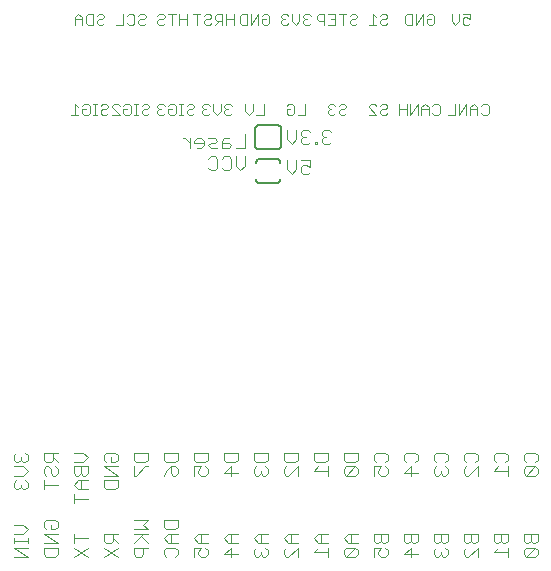
<source format=gbo>
G75*
%MOIN*%
%OFA0B0*%
%FSLAX25Y25*%
%IPPOS*%
%LPD*%
%AMOC8*
5,1,8,0,0,1.08239X$1,22.5*
%
%ADD10C,0.00400*%
%ADD11C,0.00300*%
%ADD12C,0.00600*%
%ADD13C,0.00800*%
D10*
X0029496Y0059385D02*
X0034100Y0059385D01*
X0029496Y0062454D01*
X0034100Y0062454D01*
X0034100Y0063989D02*
X0034100Y0065523D01*
X0034100Y0064756D02*
X0029496Y0064756D01*
X0029496Y0065523D02*
X0029496Y0063989D01*
X0029496Y0067058D02*
X0032565Y0067058D01*
X0034100Y0068593D01*
X0032565Y0070127D01*
X0029496Y0070127D01*
X0039496Y0069360D02*
X0039496Y0070894D01*
X0040263Y0071662D01*
X0043333Y0071662D01*
X0044100Y0070894D01*
X0044100Y0069360D01*
X0043333Y0068593D01*
X0041798Y0068593D01*
X0041798Y0070127D01*
X0040263Y0068593D02*
X0039496Y0069360D01*
X0039496Y0067058D02*
X0044100Y0063989D01*
X0039496Y0063989D01*
X0039496Y0062454D02*
X0039496Y0060152D01*
X0040263Y0059385D01*
X0043333Y0059385D01*
X0044100Y0060152D01*
X0044100Y0062454D01*
X0039496Y0062454D01*
X0039496Y0067058D02*
X0044100Y0067058D01*
X0049496Y0067058D02*
X0049496Y0063989D01*
X0049496Y0065523D02*
X0054100Y0065523D01*
X0054100Y0062454D02*
X0049496Y0059385D01*
X0049496Y0062454D02*
X0054100Y0059385D01*
X0059496Y0059385D02*
X0064100Y0062454D01*
X0064100Y0063989D02*
X0062565Y0065523D01*
X0062565Y0064756D02*
X0062565Y0067058D01*
X0064100Y0067058D02*
X0059496Y0067058D01*
X0059496Y0064756D01*
X0060263Y0063989D01*
X0061798Y0063989D01*
X0062565Y0064756D01*
X0059496Y0062454D02*
X0064100Y0059385D01*
X0069496Y0060152D02*
X0070263Y0059385D01*
X0071798Y0059385D01*
X0072565Y0060152D01*
X0072565Y0062454D01*
X0074100Y0062454D02*
X0069496Y0062454D01*
X0069496Y0060152D01*
X0069496Y0063989D02*
X0072565Y0067058D01*
X0071798Y0066291D02*
X0074100Y0063989D01*
X0074100Y0067058D02*
X0069496Y0067058D01*
X0069496Y0068593D02*
X0074100Y0068593D01*
X0072565Y0070127D01*
X0074100Y0071662D01*
X0069496Y0071662D01*
X0063333Y0081823D02*
X0060263Y0081823D01*
X0059496Y0082590D01*
X0059496Y0084892D01*
X0064100Y0084892D01*
X0064100Y0082590D01*
X0063333Y0081823D01*
X0064100Y0086427D02*
X0059496Y0086427D01*
X0059496Y0089496D02*
X0064100Y0086427D01*
X0064100Y0089496D02*
X0059496Y0089496D01*
X0060263Y0091031D02*
X0059496Y0091798D01*
X0059496Y0093333D01*
X0060263Y0094100D01*
X0063333Y0094100D01*
X0064100Y0093333D01*
X0064100Y0091798D01*
X0063333Y0091031D01*
X0061798Y0091031D01*
X0061798Y0092565D01*
X0054100Y0092565D02*
X0052565Y0091031D01*
X0049496Y0091031D01*
X0049496Y0089496D02*
X0049496Y0087194D01*
X0050263Y0086427D01*
X0051031Y0086427D01*
X0051798Y0087194D01*
X0051798Y0089496D01*
X0051798Y0087194D02*
X0052565Y0086427D01*
X0053333Y0086427D01*
X0054100Y0087194D01*
X0054100Y0089496D01*
X0049496Y0089496D01*
X0049496Y0094100D02*
X0052565Y0094100D01*
X0054100Y0092565D01*
X0054100Y0084892D02*
X0051031Y0084892D01*
X0049496Y0083358D01*
X0051031Y0081823D01*
X0054100Y0081823D01*
X0051798Y0081823D02*
X0051798Y0084892D01*
X0049496Y0080288D02*
X0049496Y0077219D01*
X0049496Y0078754D02*
X0054100Y0078754D01*
X0044100Y0083358D02*
X0039496Y0083358D01*
X0039496Y0084892D02*
X0039496Y0081823D01*
X0040263Y0086427D02*
X0039496Y0087194D01*
X0039496Y0088729D01*
X0040263Y0089496D01*
X0041031Y0089496D01*
X0041798Y0088729D01*
X0041798Y0087194D01*
X0042565Y0086427D01*
X0043333Y0086427D01*
X0044100Y0087194D01*
X0044100Y0088729D01*
X0043333Y0089496D01*
X0044100Y0091031D02*
X0042565Y0092565D01*
X0042565Y0091798D02*
X0042565Y0094100D01*
X0044100Y0094100D02*
X0039496Y0094100D01*
X0039496Y0091798D01*
X0040263Y0091031D01*
X0041798Y0091031D01*
X0042565Y0091798D01*
X0034100Y0091798D02*
X0033333Y0091031D01*
X0032565Y0091031D01*
X0031798Y0091798D01*
X0031798Y0092565D01*
X0031798Y0091798D02*
X0031031Y0091031D01*
X0030263Y0091031D01*
X0029496Y0091798D01*
X0029496Y0093333D01*
X0030263Y0094100D01*
X0033333Y0094100D02*
X0034100Y0093333D01*
X0034100Y0091798D01*
X0032565Y0089496D02*
X0034100Y0087961D01*
X0032565Y0086427D01*
X0029496Y0086427D01*
X0030263Y0084892D02*
X0029496Y0084125D01*
X0029496Y0082590D01*
X0030263Y0081823D01*
X0031031Y0081823D01*
X0031798Y0082590D01*
X0032565Y0081823D01*
X0033333Y0081823D01*
X0034100Y0082590D01*
X0034100Y0084125D01*
X0033333Y0084892D01*
X0031798Y0083358D02*
X0031798Y0082590D01*
X0032565Y0089496D02*
X0029496Y0089496D01*
X0069496Y0089496D02*
X0069496Y0086427D01*
X0070263Y0086427D01*
X0073333Y0089496D01*
X0074100Y0089496D01*
X0073333Y0091031D02*
X0070263Y0091031D01*
X0069496Y0091798D01*
X0069496Y0094100D01*
X0074100Y0094100D01*
X0074100Y0091798D01*
X0073333Y0091031D01*
X0079496Y0091798D02*
X0080263Y0091031D01*
X0083333Y0091031D01*
X0084100Y0091798D01*
X0084100Y0094100D01*
X0079496Y0094100D01*
X0079496Y0091798D01*
X0081798Y0089496D02*
X0081798Y0087194D01*
X0082565Y0086427D01*
X0083333Y0086427D01*
X0084100Y0087194D01*
X0084100Y0088729D01*
X0083333Y0089496D01*
X0081798Y0089496D01*
X0080263Y0087961D01*
X0079496Y0086427D01*
X0089496Y0086427D02*
X0089496Y0089496D01*
X0091798Y0089496D01*
X0091031Y0087961D01*
X0091031Y0087194D01*
X0091798Y0086427D01*
X0093333Y0086427D01*
X0094100Y0087194D01*
X0094100Y0088729D01*
X0093333Y0089496D01*
X0093333Y0091031D02*
X0090263Y0091031D01*
X0089496Y0091798D01*
X0089496Y0094100D01*
X0094100Y0094100D01*
X0094100Y0091798D01*
X0093333Y0091031D01*
X0099496Y0091798D02*
X0100263Y0091031D01*
X0103333Y0091031D01*
X0104100Y0091798D01*
X0104100Y0094100D01*
X0099496Y0094100D01*
X0099496Y0091798D01*
X0101798Y0089496D02*
X0101798Y0086427D01*
X0099496Y0087194D02*
X0101798Y0089496D01*
X0104100Y0087194D02*
X0099496Y0087194D01*
X0109496Y0087194D02*
X0110263Y0086427D01*
X0111031Y0086427D01*
X0111798Y0087194D01*
X0112565Y0086427D01*
X0113333Y0086427D01*
X0114100Y0087194D01*
X0114100Y0088729D01*
X0113333Y0089496D01*
X0113333Y0091031D02*
X0110263Y0091031D01*
X0109496Y0091798D01*
X0109496Y0094100D01*
X0114100Y0094100D01*
X0114100Y0091798D01*
X0113333Y0091031D01*
X0111798Y0087961D02*
X0111798Y0087194D01*
X0109496Y0087194D02*
X0109496Y0088729D01*
X0110263Y0089496D01*
X0119496Y0088729D02*
X0120263Y0089496D01*
X0119496Y0088729D02*
X0119496Y0087194D01*
X0120263Y0086427D01*
X0121031Y0086427D01*
X0124100Y0089496D01*
X0124100Y0086427D01*
X0123333Y0091031D02*
X0120263Y0091031D01*
X0119496Y0091798D01*
X0119496Y0094100D01*
X0124100Y0094100D01*
X0124100Y0091798D01*
X0123333Y0091031D01*
X0129496Y0091798D02*
X0130263Y0091031D01*
X0133333Y0091031D01*
X0134100Y0091798D01*
X0134100Y0094100D01*
X0129496Y0094100D01*
X0129496Y0091798D01*
X0131031Y0089496D02*
X0129496Y0087961D01*
X0134100Y0087961D01*
X0134100Y0086427D02*
X0134100Y0089496D01*
X0139496Y0088729D02*
X0139496Y0087194D01*
X0140263Y0086427D01*
X0143333Y0089496D01*
X0144100Y0088729D01*
X0144100Y0087194D01*
X0143333Y0086427D01*
X0140263Y0086427D01*
X0139496Y0088729D02*
X0140263Y0089496D01*
X0143333Y0089496D01*
X0143333Y0091031D02*
X0140263Y0091031D01*
X0139496Y0091798D01*
X0139496Y0094100D01*
X0144100Y0094100D01*
X0144100Y0091798D01*
X0143333Y0091031D01*
X0149496Y0091798D02*
X0149496Y0093333D01*
X0150263Y0094100D01*
X0153333Y0094100D01*
X0154100Y0093333D01*
X0154100Y0091798D01*
X0153333Y0091031D01*
X0153333Y0089496D02*
X0154100Y0088729D01*
X0154100Y0087194D01*
X0153333Y0086427D01*
X0151798Y0086427D01*
X0151031Y0087194D01*
X0151031Y0087961D01*
X0151798Y0089496D01*
X0149496Y0089496D01*
X0149496Y0086427D01*
X0150263Y0091031D02*
X0149496Y0091798D01*
X0159496Y0091798D02*
X0160263Y0091031D01*
X0159496Y0091798D02*
X0159496Y0093333D01*
X0160263Y0094100D01*
X0163333Y0094100D01*
X0164100Y0093333D01*
X0164100Y0091798D01*
X0163333Y0091031D01*
X0161798Y0089496D02*
X0161798Y0086427D01*
X0159496Y0087194D02*
X0161798Y0089496D01*
X0164100Y0087194D02*
X0159496Y0087194D01*
X0169496Y0087194D02*
X0170263Y0086427D01*
X0171031Y0086427D01*
X0171798Y0087194D01*
X0172565Y0086427D01*
X0173333Y0086427D01*
X0174100Y0087194D01*
X0174100Y0088729D01*
X0173333Y0089496D01*
X0173333Y0091031D02*
X0174100Y0091798D01*
X0174100Y0093333D01*
X0173333Y0094100D01*
X0170263Y0094100D01*
X0169496Y0093333D01*
X0169496Y0091798D01*
X0170263Y0091031D01*
X0170263Y0089496D02*
X0169496Y0088729D01*
X0169496Y0087194D01*
X0171798Y0087194D02*
X0171798Y0087961D01*
X0179496Y0087194D02*
X0179496Y0088729D01*
X0180263Y0089496D01*
X0180263Y0091031D02*
X0179496Y0091798D01*
X0179496Y0093333D01*
X0180263Y0094100D01*
X0183333Y0094100D01*
X0184100Y0093333D01*
X0184100Y0091798D01*
X0183333Y0091031D01*
X0184100Y0089496D02*
X0181031Y0086427D01*
X0180263Y0086427D01*
X0179496Y0087194D01*
X0184100Y0086427D02*
X0184100Y0089496D01*
X0189496Y0087961D02*
X0194100Y0087961D01*
X0194100Y0086427D02*
X0194100Y0089496D01*
X0193333Y0091031D02*
X0194100Y0091798D01*
X0194100Y0093333D01*
X0193333Y0094100D01*
X0190263Y0094100D01*
X0189496Y0093333D01*
X0189496Y0091798D01*
X0190263Y0091031D01*
X0191031Y0089496D02*
X0189496Y0087961D01*
X0199496Y0087194D02*
X0200263Y0086427D01*
X0203333Y0089496D01*
X0204100Y0088729D01*
X0204100Y0087194D01*
X0203333Y0086427D01*
X0200263Y0086427D01*
X0199496Y0087194D02*
X0199496Y0088729D01*
X0200263Y0089496D01*
X0203333Y0089496D01*
X0203333Y0091031D02*
X0204100Y0091798D01*
X0204100Y0093333D01*
X0203333Y0094100D01*
X0200263Y0094100D01*
X0199496Y0093333D01*
X0199496Y0091798D01*
X0200263Y0091031D01*
X0199496Y0067058D02*
X0199496Y0064756D01*
X0200263Y0063989D01*
X0201031Y0063989D01*
X0201798Y0064756D01*
X0201798Y0067058D01*
X0204100Y0067058D02*
X0199496Y0067058D01*
X0201798Y0064756D02*
X0202565Y0063989D01*
X0203333Y0063989D01*
X0204100Y0064756D01*
X0204100Y0067058D01*
X0203333Y0062454D02*
X0200263Y0062454D01*
X0199496Y0061687D01*
X0199496Y0060152D01*
X0200263Y0059385D01*
X0203333Y0062454D01*
X0204100Y0061687D01*
X0204100Y0060152D01*
X0203333Y0059385D01*
X0200263Y0059385D01*
X0194100Y0059385D02*
X0194100Y0062454D01*
X0194100Y0060919D02*
X0189496Y0060919D01*
X0191031Y0062454D01*
X0191031Y0063989D02*
X0191798Y0064756D01*
X0191798Y0067058D01*
X0189496Y0067058D02*
X0189496Y0064756D01*
X0190263Y0063989D01*
X0191031Y0063989D01*
X0191798Y0064756D02*
X0192565Y0063989D01*
X0193333Y0063989D01*
X0194100Y0064756D01*
X0194100Y0067058D01*
X0189496Y0067058D01*
X0184100Y0067058D02*
X0184100Y0064756D01*
X0183333Y0063989D01*
X0182565Y0063989D01*
X0181798Y0064756D01*
X0181798Y0067058D01*
X0179496Y0067058D02*
X0179496Y0064756D01*
X0180263Y0063989D01*
X0181031Y0063989D01*
X0181798Y0064756D01*
X0180263Y0062454D02*
X0179496Y0061687D01*
X0179496Y0060152D01*
X0180263Y0059385D01*
X0181031Y0059385D01*
X0184100Y0062454D01*
X0184100Y0059385D01*
X0184100Y0067058D02*
X0179496Y0067058D01*
X0174100Y0067058D02*
X0174100Y0064756D01*
X0173333Y0063989D01*
X0172565Y0063989D01*
X0171798Y0064756D01*
X0171798Y0067058D01*
X0169496Y0067058D02*
X0169496Y0064756D01*
X0170263Y0063989D01*
X0171031Y0063989D01*
X0171798Y0064756D01*
X0170263Y0062454D02*
X0169496Y0061687D01*
X0169496Y0060152D01*
X0170263Y0059385D01*
X0171031Y0059385D01*
X0171798Y0060152D01*
X0172565Y0059385D01*
X0173333Y0059385D01*
X0174100Y0060152D01*
X0174100Y0061687D01*
X0173333Y0062454D01*
X0171798Y0060919D02*
X0171798Y0060152D01*
X0174100Y0067058D02*
X0169496Y0067058D01*
X0164100Y0067058D02*
X0164100Y0064756D01*
X0163333Y0063989D01*
X0162565Y0063989D01*
X0161798Y0064756D01*
X0161798Y0067058D01*
X0159496Y0067058D02*
X0159496Y0064756D01*
X0160263Y0063989D01*
X0161031Y0063989D01*
X0161798Y0064756D01*
X0161798Y0062454D02*
X0161798Y0059385D01*
X0159496Y0060152D02*
X0161798Y0062454D01*
X0164100Y0060152D02*
X0159496Y0060152D01*
X0154100Y0060152D02*
X0154100Y0061687D01*
X0153333Y0062454D01*
X0153333Y0063989D02*
X0154100Y0064756D01*
X0154100Y0067058D01*
X0149496Y0067058D01*
X0149496Y0064756D01*
X0150263Y0063989D01*
X0151031Y0063989D01*
X0151798Y0064756D01*
X0151798Y0067058D01*
X0151798Y0064756D02*
X0152565Y0063989D01*
X0153333Y0063989D01*
X0151798Y0062454D02*
X0151031Y0060919D01*
X0151031Y0060152D01*
X0151798Y0059385D01*
X0153333Y0059385D01*
X0154100Y0060152D01*
X0151798Y0062454D02*
X0149496Y0062454D01*
X0149496Y0059385D01*
X0144100Y0060152D02*
X0144100Y0061687D01*
X0143333Y0062454D01*
X0140263Y0059385D01*
X0143333Y0059385D01*
X0144100Y0060152D01*
X0143333Y0062454D02*
X0140263Y0062454D01*
X0139496Y0061687D01*
X0139496Y0060152D01*
X0140263Y0059385D01*
X0141031Y0063989D02*
X0139496Y0065523D01*
X0141031Y0067058D01*
X0144100Y0067058D01*
X0141798Y0067058D02*
X0141798Y0063989D01*
X0141031Y0063989D02*
X0144100Y0063989D01*
X0134100Y0063989D02*
X0131031Y0063989D01*
X0129496Y0065523D01*
X0131031Y0067058D01*
X0134100Y0067058D01*
X0131798Y0067058D02*
X0131798Y0063989D01*
X0131031Y0062454D02*
X0129496Y0060919D01*
X0134100Y0060919D01*
X0134100Y0059385D02*
X0134100Y0062454D01*
X0124100Y0062454D02*
X0124100Y0059385D01*
X0124100Y0062454D02*
X0121031Y0059385D01*
X0120263Y0059385D01*
X0119496Y0060152D01*
X0119496Y0061687D01*
X0120263Y0062454D01*
X0121031Y0063989D02*
X0124100Y0063989D01*
X0121798Y0063989D02*
X0121798Y0067058D01*
X0121031Y0067058D02*
X0119496Y0065523D01*
X0121031Y0063989D01*
X0121031Y0067058D02*
X0124100Y0067058D01*
X0114100Y0067058D02*
X0111031Y0067058D01*
X0109496Y0065523D01*
X0111031Y0063989D01*
X0114100Y0063989D01*
X0113333Y0062454D02*
X0114100Y0061687D01*
X0114100Y0060152D01*
X0113333Y0059385D01*
X0112565Y0059385D01*
X0111798Y0060152D01*
X0111798Y0060919D01*
X0111798Y0060152D02*
X0111031Y0059385D01*
X0110263Y0059385D01*
X0109496Y0060152D01*
X0109496Y0061687D01*
X0110263Y0062454D01*
X0111798Y0063989D02*
X0111798Y0067058D01*
X0104100Y0067058D02*
X0101031Y0067058D01*
X0099496Y0065523D01*
X0101031Y0063989D01*
X0104100Y0063989D01*
X0101798Y0063989D02*
X0101798Y0067058D01*
X0101798Y0062454D02*
X0101798Y0059385D01*
X0099496Y0060152D02*
X0101798Y0062454D01*
X0104100Y0060152D02*
X0099496Y0060152D01*
X0094100Y0060152D02*
X0094100Y0061687D01*
X0093333Y0062454D01*
X0091798Y0062454D02*
X0091031Y0060919D01*
X0091031Y0060152D01*
X0091798Y0059385D01*
X0093333Y0059385D01*
X0094100Y0060152D01*
X0091798Y0062454D02*
X0089496Y0062454D01*
X0089496Y0059385D01*
X0091031Y0063989D02*
X0094100Y0063989D01*
X0091798Y0063989D02*
X0091798Y0067058D01*
X0091031Y0067058D02*
X0089496Y0065523D01*
X0091031Y0063989D01*
X0091031Y0067058D02*
X0094100Y0067058D01*
X0084100Y0067058D02*
X0081031Y0067058D01*
X0079496Y0065523D01*
X0081031Y0063989D01*
X0084100Y0063989D01*
X0083333Y0062454D02*
X0084100Y0061687D01*
X0084100Y0060152D01*
X0083333Y0059385D01*
X0083333Y0062454D02*
X0080263Y0062454D01*
X0079496Y0061687D01*
X0079496Y0060152D01*
X0080263Y0059385D01*
X0081798Y0063989D02*
X0081798Y0067058D01*
X0083333Y0068593D02*
X0080263Y0068593D01*
X0079496Y0069360D01*
X0079496Y0071662D01*
X0084100Y0071662D01*
X0084100Y0069360D01*
X0083333Y0068593D01*
X0159496Y0067058D02*
X0164100Y0067058D01*
X0127541Y0187000D02*
X0126006Y0187000D01*
X0125239Y0187767D01*
X0125239Y0189302D01*
X0126006Y0190069D01*
X0126773Y0190069D01*
X0128308Y0189302D01*
X0128308Y0191604D01*
X0125239Y0191604D01*
X0123704Y0191604D02*
X0123704Y0188535D01*
X0122169Y0187000D01*
X0120635Y0188535D01*
X0120635Y0191604D01*
X0122169Y0197000D02*
X0120635Y0198535D01*
X0120635Y0201604D01*
X0123704Y0201604D02*
X0123704Y0198535D01*
X0122169Y0197000D01*
X0125239Y0197767D02*
X0125239Y0198535D01*
X0126006Y0199302D01*
X0126773Y0199302D01*
X0126006Y0199302D02*
X0125239Y0200069D01*
X0125239Y0200837D01*
X0126006Y0201604D01*
X0127541Y0201604D01*
X0128308Y0200837D01*
X0128308Y0197767D02*
X0127541Y0197000D01*
X0126006Y0197000D01*
X0125239Y0197767D01*
X0129843Y0197767D02*
X0129843Y0197000D01*
X0130610Y0197000D01*
X0130610Y0197767D01*
X0129843Y0197767D01*
X0132144Y0197767D02*
X0132144Y0198535D01*
X0132912Y0199302D01*
X0133679Y0199302D01*
X0132912Y0199302D02*
X0132144Y0200069D01*
X0132144Y0200837D01*
X0132912Y0201604D01*
X0134446Y0201604D01*
X0135214Y0200837D01*
X0135214Y0197767D02*
X0134446Y0197000D01*
X0132912Y0197000D01*
X0132144Y0197767D01*
X0128308Y0187767D02*
X0127541Y0187000D01*
X0106600Y0189785D02*
X0105065Y0188250D01*
X0103531Y0189785D01*
X0103531Y0192854D01*
X0101996Y0192087D02*
X0101996Y0189017D01*
X0101229Y0188250D01*
X0099694Y0188250D01*
X0098927Y0189017D01*
X0097392Y0189017D02*
X0097392Y0192087D01*
X0096625Y0192854D01*
X0095090Y0192854D01*
X0094323Y0192087D01*
X0094323Y0189017D02*
X0095090Y0188250D01*
X0096625Y0188250D01*
X0097392Y0189017D01*
X0098927Y0192087D02*
X0099694Y0192854D01*
X0101229Y0192854D01*
X0101996Y0192087D01*
X0101229Y0195750D02*
X0098927Y0195750D01*
X0098927Y0198052D01*
X0099694Y0198819D01*
X0101229Y0198819D01*
X0101229Y0197285D02*
X0098927Y0197285D01*
X0097392Y0198052D02*
X0096625Y0198819D01*
X0094323Y0198819D01*
X0095090Y0197285D02*
X0096625Y0197285D01*
X0097392Y0198052D01*
X0097392Y0195750D02*
X0095090Y0195750D01*
X0094323Y0196517D01*
X0095090Y0197285D01*
X0092788Y0197285D02*
X0089719Y0197285D01*
X0089719Y0198052D01*
X0090486Y0198819D01*
X0092021Y0198819D01*
X0092788Y0198052D01*
X0092788Y0196517D01*
X0092021Y0195750D01*
X0090486Y0195750D01*
X0088184Y0195750D02*
X0088184Y0198819D01*
X0086650Y0198819D02*
X0085882Y0198819D01*
X0086650Y0198819D02*
X0088184Y0197285D01*
X0101229Y0197285D02*
X0101996Y0196517D01*
X0101229Y0195750D01*
X0103531Y0195750D02*
X0106600Y0195750D01*
X0106600Y0200354D01*
X0106600Y0192854D02*
X0106600Y0189785D01*
D11*
X0107916Y0206700D02*
X0106681Y0207934D01*
X0106681Y0210403D01*
X0109150Y0210403D02*
X0109150Y0207934D01*
X0107916Y0206700D01*
X0110364Y0206700D02*
X0112833Y0206700D01*
X0112833Y0210403D01*
X0120431Y0209786D02*
X0121048Y0210403D01*
X0122283Y0210403D01*
X0122900Y0209786D01*
X0122900Y0207317D01*
X0122283Y0206700D01*
X0121048Y0206700D01*
X0120431Y0207317D01*
X0120431Y0208552D01*
X0121666Y0208552D01*
X0124114Y0206700D02*
X0126583Y0206700D01*
X0126583Y0210403D01*
X0134181Y0209786D02*
X0134181Y0209169D01*
X0134798Y0208552D01*
X0134181Y0207934D01*
X0134181Y0207317D01*
X0134798Y0206700D01*
X0136033Y0206700D01*
X0136650Y0207317D01*
X0137864Y0207317D02*
X0138482Y0206700D01*
X0139716Y0206700D01*
X0140333Y0207317D01*
X0139716Y0208552D02*
X0138482Y0208552D01*
X0137864Y0207934D01*
X0137864Y0207317D01*
X0139716Y0208552D02*
X0140333Y0209169D01*
X0140333Y0209786D01*
X0139716Y0210403D01*
X0138482Y0210403D01*
X0137864Y0209786D01*
X0136650Y0209786D02*
X0136033Y0210403D01*
X0134798Y0210403D01*
X0134181Y0209786D01*
X0134798Y0208552D02*
X0135416Y0208552D01*
X0147931Y0209169D02*
X0147931Y0209786D01*
X0148548Y0210403D01*
X0149783Y0210403D01*
X0150400Y0209786D01*
X0151614Y0209786D02*
X0152232Y0210403D01*
X0153466Y0210403D01*
X0154083Y0209786D01*
X0154083Y0209169D01*
X0153466Y0208552D01*
X0152232Y0208552D01*
X0151614Y0207934D01*
X0151614Y0207317D01*
X0152232Y0206700D01*
X0153466Y0206700D01*
X0154083Y0207317D01*
X0150400Y0206700D02*
X0147931Y0209169D01*
X0147931Y0206700D02*
X0150400Y0206700D01*
X0157998Y0206700D02*
X0157998Y0210403D01*
X0157998Y0208552D02*
X0160467Y0208552D01*
X0160467Y0210403D02*
X0160467Y0206700D01*
X0161681Y0206700D02*
X0161681Y0210403D01*
X0164150Y0210403D02*
X0161681Y0206700D01*
X0164150Y0206700D02*
X0164150Y0210403D01*
X0165364Y0209169D02*
X0165364Y0206700D01*
X0165364Y0208552D02*
X0167833Y0208552D01*
X0167833Y0209169D02*
X0166599Y0210403D01*
X0165364Y0209169D01*
X0167833Y0209169D02*
X0167833Y0206700D01*
X0169048Y0207317D02*
X0169665Y0206700D01*
X0170899Y0206700D01*
X0171516Y0207317D01*
X0171516Y0209786D01*
X0170899Y0210403D01*
X0169665Y0210403D01*
X0169048Y0209786D01*
X0174248Y0206700D02*
X0176717Y0206700D01*
X0176717Y0210403D01*
X0177931Y0210403D02*
X0177931Y0206700D01*
X0180400Y0210403D01*
X0180400Y0206700D01*
X0181614Y0206700D02*
X0181614Y0209169D01*
X0182849Y0210403D01*
X0184083Y0209169D01*
X0184083Y0206700D01*
X0185298Y0207317D02*
X0185915Y0206700D01*
X0187149Y0206700D01*
X0187766Y0207317D01*
X0187766Y0209786D01*
X0187149Y0210403D01*
X0185915Y0210403D01*
X0185298Y0209786D01*
X0184083Y0208552D02*
X0181614Y0208552D01*
X0180966Y0236700D02*
X0179732Y0236700D01*
X0179114Y0237317D01*
X0179114Y0238552D01*
X0179732Y0239169D01*
X0180349Y0239169D01*
X0181583Y0238552D01*
X0181583Y0240403D01*
X0179114Y0240403D01*
X0177900Y0240403D02*
X0177900Y0237934D01*
X0176666Y0236700D01*
X0175431Y0237934D01*
X0175431Y0240403D01*
X0180966Y0236700D02*
X0181583Y0237317D01*
X0169675Y0237317D02*
X0169058Y0236700D01*
X0167823Y0236700D01*
X0167206Y0237317D01*
X0167206Y0238552D01*
X0168440Y0238552D01*
X0167206Y0239786D02*
X0167823Y0240403D01*
X0169058Y0240403D01*
X0169675Y0239786D01*
X0169675Y0237317D01*
X0165992Y0236700D02*
X0165992Y0240403D01*
X0163523Y0236700D01*
X0163523Y0240403D01*
X0162308Y0240403D02*
X0162308Y0236700D01*
X0160457Y0236700D01*
X0159840Y0237317D01*
X0159840Y0239786D01*
X0160457Y0240403D01*
X0162308Y0240403D01*
X0154083Y0239786D02*
X0154083Y0239169D01*
X0153466Y0238552D01*
X0152232Y0238552D01*
X0151614Y0237934D01*
X0151614Y0237317D01*
X0152232Y0236700D01*
X0153466Y0236700D01*
X0154083Y0237317D01*
X0154083Y0239786D02*
X0153466Y0240403D01*
X0152232Y0240403D01*
X0151614Y0239786D01*
X0150400Y0239169D02*
X0149166Y0240403D01*
X0149166Y0236700D01*
X0150400Y0236700D02*
X0147931Y0236700D01*
X0144016Y0237317D02*
X0143399Y0236700D01*
X0142165Y0236700D01*
X0141548Y0237317D01*
X0141548Y0237934D01*
X0142165Y0238552D01*
X0143399Y0238552D01*
X0144016Y0239169D01*
X0144016Y0239786D01*
X0143399Y0240403D01*
X0142165Y0240403D01*
X0141548Y0239786D01*
X0140333Y0240403D02*
X0137864Y0240403D01*
X0136650Y0240403D02*
X0136650Y0236700D01*
X0134181Y0236700D01*
X0132967Y0236700D02*
X0132967Y0240403D01*
X0131115Y0240403D01*
X0130498Y0239786D01*
X0130498Y0238552D01*
X0131115Y0237934D01*
X0132967Y0237934D01*
X0135416Y0238552D02*
X0136650Y0238552D01*
X0136650Y0240403D02*
X0134181Y0240403D01*
X0139099Y0240403D02*
X0139099Y0236700D01*
X0128425Y0237317D02*
X0127808Y0236700D01*
X0126573Y0236700D01*
X0125956Y0237317D01*
X0125956Y0237934D01*
X0126573Y0238552D01*
X0127190Y0238552D01*
X0126573Y0238552D02*
X0125956Y0239169D01*
X0125956Y0239786D01*
X0126573Y0240403D01*
X0127808Y0240403D01*
X0128425Y0239786D01*
X0124742Y0240403D02*
X0124742Y0237934D01*
X0123507Y0236700D01*
X0122273Y0237934D01*
X0122273Y0240403D01*
X0121058Y0239786D02*
X0120441Y0240403D01*
X0119207Y0240403D01*
X0118590Y0239786D01*
X0118590Y0239169D01*
X0119207Y0238552D01*
X0118590Y0237934D01*
X0118590Y0237317D01*
X0119207Y0236700D01*
X0120441Y0236700D01*
X0121058Y0237317D01*
X0119824Y0238552D02*
X0119207Y0238552D01*
X0114675Y0239786D02*
X0114675Y0237317D01*
X0114058Y0236700D01*
X0112823Y0236700D01*
X0112206Y0237317D01*
X0112206Y0238552D01*
X0113440Y0238552D01*
X0112206Y0239786D02*
X0112823Y0240403D01*
X0114058Y0240403D01*
X0114675Y0239786D01*
X0110992Y0240403D02*
X0110992Y0236700D01*
X0108523Y0236700D02*
X0108523Y0240403D01*
X0107308Y0240403D02*
X0107308Y0236700D01*
X0105457Y0236700D01*
X0104840Y0237317D01*
X0104840Y0239786D01*
X0105457Y0240403D01*
X0107308Y0240403D01*
X0110992Y0240403D02*
X0108523Y0236700D01*
X0102766Y0236700D02*
X0102766Y0240403D01*
X0102766Y0238552D02*
X0100298Y0238552D01*
X0099083Y0237934D02*
X0097232Y0237934D01*
X0096614Y0238552D01*
X0096614Y0239786D01*
X0097232Y0240403D01*
X0099083Y0240403D01*
X0099083Y0236700D01*
X0100298Y0236700D02*
X0100298Y0240403D01*
X0097849Y0237934D02*
X0096614Y0236700D01*
X0095400Y0237317D02*
X0094783Y0236700D01*
X0093548Y0236700D01*
X0092931Y0237317D01*
X0092931Y0237934D01*
X0093548Y0238552D01*
X0094783Y0238552D01*
X0095400Y0239169D01*
X0095400Y0239786D01*
X0094783Y0240403D01*
X0093548Y0240403D01*
X0092931Y0239786D01*
X0091717Y0240403D02*
X0089248Y0240403D01*
X0090482Y0240403D02*
X0090482Y0236700D01*
X0087175Y0236700D02*
X0087175Y0240403D01*
X0087175Y0238552D02*
X0084706Y0238552D01*
X0084706Y0240403D02*
X0084706Y0236700D01*
X0082257Y0236700D02*
X0082257Y0240403D01*
X0081023Y0240403D02*
X0083492Y0240403D01*
X0079808Y0239786D02*
X0079808Y0239169D01*
X0079191Y0238552D01*
X0077957Y0238552D01*
X0077340Y0237934D01*
X0077340Y0237317D01*
X0077957Y0236700D01*
X0079191Y0236700D01*
X0079808Y0237317D01*
X0079808Y0239786D02*
X0079191Y0240403D01*
X0077957Y0240403D01*
X0077340Y0239786D01*
X0073425Y0239786D02*
X0073425Y0239169D01*
X0072808Y0238552D01*
X0071573Y0238552D01*
X0070956Y0237934D01*
X0070956Y0237317D01*
X0071573Y0236700D01*
X0072808Y0236700D01*
X0073425Y0237317D01*
X0073425Y0239786D02*
X0072808Y0240403D01*
X0071573Y0240403D01*
X0070956Y0239786D01*
X0069742Y0239786D02*
X0069742Y0237317D01*
X0069124Y0236700D01*
X0067890Y0236700D01*
X0067273Y0237317D01*
X0066058Y0236700D02*
X0063590Y0236700D01*
X0066058Y0236700D02*
X0066058Y0240403D01*
X0067273Y0239786D02*
X0067890Y0240403D01*
X0069124Y0240403D01*
X0069742Y0239786D01*
X0059675Y0239786D02*
X0059675Y0239169D01*
X0059058Y0238552D01*
X0057823Y0238552D01*
X0057206Y0237934D01*
X0057206Y0237317D01*
X0057823Y0236700D01*
X0059058Y0236700D01*
X0059675Y0237317D01*
X0059675Y0239786D02*
X0059058Y0240403D01*
X0057823Y0240403D01*
X0057206Y0239786D01*
X0055992Y0240403D02*
X0055992Y0236700D01*
X0054140Y0236700D01*
X0053523Y0237317D01*
X0053523Y0239786D01*
X0054140Y0240403D01*
X0055992Y0240403D01*
X0052308Y0239169D02*
X0052308Y0236700D01*
X0052308Y0238552D02*
X0049840Y0238552D01*
X0049840Y0239169D02*
X0049840Y0236700D01*
X0049840Y0239169D02*
X0051074Y0240403D01*
X0052308Y0239169D01*
X0052912Y0210403D02*
X0054147Y0210403D01*
X0054764Y0209786D01*
X0054764Y0207317D01*
X0054147Y0206700D01*
X0052912Y0206700D01*
X0052295Y0207317D01*
X0052295Y0208552D01*
X0053529Y0208552D01*
X0052295Y0209786D02*
X0052912Y0210403D01*
X0051081Y0209169D02*
X0049846Y0210403D01*
X0049846Y0206700D01*
X0048612Y0206700D02*
X0051081Y0206700D01*
X0055985Y0206700D02*
X0057219Y0206700D01*
X0056602Y0206700D02*
X0056602Y0210403D01*
X0057219Y0210403D02*
X0055985Y0210403D01*
X0058434Y0209786D02*
X0059051Y0210403D01*
X0060285Y0210403D01*
X0060902Y0209786D01*
X0060902Y0209169D01*
X0060285Y0208552D01*
X0059051Y0208552D01*
X0058434Y0207934D01*
X0058434Y0207317D01*
X0059051Y0206700D01*
X0060285Y0206700D01*
X0060902Y0207317D01*
X0062362Y0206700D02*
X0064831Y0206700D01*
X0062362Y0209169D01*
X0062362Y0209786D01*
X0062979Y0210403D01*
X0064214Y0210403D01*
X0064831Y0209786D01*
X0066045Y0209786D02*
X0066662Y0210403D01*
X0067897Y0210403D01*
X0068514Y0209786D01*
X0068514Y0207317D01*
X0067897Y0206700D01*
X0066662Y0206700D01*
X0066045Y0207317D01*
X0066045Y0208552D01*
X0067279Y0208552D01*
X0069735Y0210403D02*
X0070969Y0210403D01*
X0070352Y0210403D02*
X0070352Y0206700D01*
X0070969Y0206700D02*
X0069735Y0206700D01*
X0072184Y0207317D02*
X0072801Y0206700D01*
X0074035Y0206700D01*
X0074652Y0207317D01*
X0074035Y0208552D02*
X0072801Y0208552D01*
X0072184Y0207934D01*
X0072184Y0207317D01*
X0074035Y0208552D02*
X0074652Y0209169D01*
X0074652Y0209786D01*
X0074035Y0210403D01*
X0072801Y0210403D01*
X0072184Y0209786D01*
X0077362Y0209786D02*
X0077362Y0209169D01*
X0077979Y0208552D01*
X0077362Y0207934D01*
X0077362Y0207317D01*
X0077979Y0206700D01*
X0079214Y0206700D01*
X0079831Y0207317D01*
X0081045Y0207317D02*
X0081045Y0208552D01*
X0082279Y0208552D01*
X0081045Y0209786D02*
X0081662Y0210403D01*
X0082897Y0210403D01*
X0083514Y0209786D01*
X0083514Y0207317D01*
X0082897Y0206700D01*
X0081662Y0206700D01*
X0081045Y0207317D01*
X0078596Y0208552D02*
X0077979Y0208552D01*
X0077362Y0209786D02*
X0077979Y0210403D01*
X0079214Y0210403D01*
X0079831Y0209786D01*
X0084735Y0210403D02*
X0085969Y0210403D01*
X0085352Y0210403D02*
X0085352Y0206700D01*
X0085969Y0206700D02*
X0084735Y0206700D01*
X0087184Y0207317D02*
X0087801Y0206700D01*
X0089035Y0206700D01*
X0089652Y0207317D01*
X0089035Y0208552D02*
X0087801Y0208552D01*
X0087184Y0207934D01*
X0087184Y0207317D01*
X0089035Y0208552D02*
X0089652Y0209169D01*
X0089652Y0209786D01*
X0089035Y0210403D01*
X0087801Y0210403D01*
X0087184Y0209786D01*
X0092340Y0209786D02*
X0092340Y0209169D01*
X0092957Y0208552D01*
X0092340Y0207934D01*
X0092340Y0207317D01*
X0092957Y0206700D01*
X0094191Y0206700D01*
X0094808Y0207317D01*
X0096023Y0207934D02*
X0096023Y0210403D01*
X0094808Y0209786D02*
X0094191Y0210403D01*
X0092957Y0210403D01*
X0092340Y0209786D01*
X0092957Y0208552D02*
X0093574Y0208552D01*
X0096023Y0207934D02*
X0097257Y0206700D01*
X0098492Y0207934D01*
X0098492Y0210403D01*
X0099706Y0209786D02*
X0099706Y0209169D01*
X0100323Y0208552D01*
X0099706Y0207934D01*
X0099706Y0207317D01*
X0100323Y0206700D01*
X0101558Y0206700D01*
X0102175Y0207317D01*
X0100940Y0208552D02*
X0100323Y0208552D01*
X0099706Y0209786D02*
X0100323Y0210403D01*
X0101558Y0210403D01*
X0102175Y0209786D01*
D12*
X0109969Y0202253D02*
X0109969Y0196347D01*
X0109969Y0196348D02*
X0109977Y0196285D01*
X0109988Y0196223D01*
X0110003Y0196161D01*
X0110021Y0196101D01*
X0110043Y0196041D01*
X0110068Y0195983D01*
X0110097Y0195927D01*
X0110129Y0195872D01*
X0110164Y0195820D01*
X0110202Y0195769D01*
X0110242Y0195721D01*
X0110286Y0195675D01*
X0110332Y0195632D01*
X0110381Y0195591D01*
X0110432Y0195553D01*
X0110484Y0195519D01*
X0110539Y0195487D01*
X0110596Y0195459D01*
X0110654Y0195434D01*
X0110714Y0195413D01*
X0110774Y0195395D01*
X0110836Y0195381D01*
X0110898Y0195370D01*
X0110961Y0195363D01*
X0111024Y0195359D01*
X0111087Y0195360D01*
X0111150Y0195363D01*
X0117450Y0195363D01*
X0117513Y0195360D01*
X0117576Y0195359D01*
X0117639Y0195363D01*
X0117702Y0195370D01*
X0117764Y0195381D01*
X0117826Y0195395D01*
X0117886Y0195413D01*
X0117946Y0195434D01*
X0118004Y0195459D01*
X0118061Y0195487D01*
X0118116Y0195519D01*
X0118168Y0195553D01*
X0118219Y0195591D01*
X0118268Y0195632D01*
X0118314Y0195675D01*
X0118358Y0195721D01*
X0118398Y0195769D01*
X0118436Y0195820D01*
X0118471Y0195872D01*
X0118503Y0195927D01*
X0118532Y0195983D01*
X0118557Y0196041D01*
X0118579Y0196101D01*
X0118597Y0196161D01*
X0118612Y0196223D01*
X0118623Y0196285D01*
X0118631Y0196348D01*
X0118631Y0196347D02*
X0118631Y0202253D01*
X0118631Y0202252D02*
X0118623Y0202315D01*
X0118612Y0202377D01*
X0118597Y0202439D01*
X0118579Y0202499D01*
X0118557Y0202559D01*
X0118532Y0202617D01*
X0118503Y0202673D01*
X0118471Y0202728D01*
X0118436Y0202780D01*
X0118398Y0202831D01*
X0118358Y0202879D01*
X0118314Y0202925D01*
X0118268Y0202968D01*
X0118219Y0203009D01*
X0118168Y0203047D01*
X0118116Y0203081D01*
X0118061Y0203113D01*
X0118004Y0203141D01*
X0117946Y0203166D01*
X0117886Y0203187D01*
X0117826Y0203205D01*
X0117764Y0203219D01*
X0117702Y0203230D01*
X0117639Y0203237D01*
X0117576Y0203241D01*
X0117513Y0203240D01*
X0117450Y0203237D01*
X0111150Y0203237D01*
X0111150Y0203236D02*
X0111087Y0203240D01*
X0111024Y0203241D01*
X0110961Y0203237D01*
X0110898Y0203230D01*
X0110836Y0203219D01*
X0110774Y0203205D01*
X0110713Y0203187D01*
X0110654Y0203166D01*
X0110596Y0203141D01*
X0110539Y0203113D01*
X0110484Y0203081D01*
X0110431Y0203047D01*
X0110380Y0203009D01*
X0110332Y0202969D01*
X0110286Y0202925D01*
X0110242Y0202880D01*
X0110201Y0202831D01*
X0110163Y0202781D01*
X0110128Y0202728D01*
X0110097Y0202673D01*
X0110068Y0202617D01*
X0110043Y0202559D01*
X0110021Y0202499D01*
X0110003Y0202439D01*
X0109988Y0202377D01*
X0109977Y0202315D01*
X0109969Y0202252D01*
D13*
X0111150Y0191987D02*
X0117450Y0191987D01*
X0117450Y0191988D02*
X0117509Y0191974D01*
X0117567Y0191957D01*
X0117624Y0191936D01*
X0117680Y0191912D01*
X0117734Y0191884D01*
X0117786Y0191854D01*
X0117837Y0191820D01*
X0117885Y0191783D01*
X0117931Y0191744D01*
X0117974Y0191701D01*
X0118015Y0191657D01*
X0118053Y0191609D01*
X0118088Y0191560D01*
X0118120Y0191508D01*
X0118149Y0191455D01*
X0118175Y0191400D01*
X0118197Y0191344D01*
X0118216Y0191286D01*
X0118232Y0191227D01*
X0118243Y0191168D01*
X0118252Y0191108D01*
X0118256Y0191047D01*
X0118257Y0190987D01*
X0118254Y0190926D01*
X0118248Y0190866D01*
X0118238Y0190806D01*
X0118238Y0185294D02*
X0118248Y0185234D01*
X0118254Y0185174D01*
X0118257Y0185113D01*
X0118256Y0185053D01*
X0118252Y0184992D01*
X0118243Y0184932D01*
X0118232Y0184873D01*
X0118216Y0184814D01*
X0118197Y0184756D01*
X0118175Y0184700D01*
X0118149Y0184645D01*
X0118120Y0184592D01*
X0118088Y0184540D01*
X0118053Y0184491D01*
X0118015Y0184443D01*
X0117974Y0184399D01*
X0117931Y0184356D01*
X0117885Y0184317D01*
X0117837Y0184280D01*
X0117786Y0184246D01*
X0117734Y0184216D01*
X0117680Y0184188D01*
X0117624Y0184164D01*
X0117567Y0184143D01*
X0117509Y0184126D01*
X0117450Y0184112D01*
X0117450Y0184113D02*
X0111150Y0184113D01*
X0111150Y0184112D02*
X0111091Y0184126D01*
X0111033Y0184143D01*
X0110976Y0184164D01*
X0110920Y0184188D01*
X0110866Y0184216D01*
X0110814Y0184246D01*
X0110763Y0184280D01*
X0110715Y0184317D01*
X0110669Y0184356D01*
X0110626Y0184399D01*
X0110585Y0184443D01*
X0110547Y0184491D01*
X0110512Y0184540D01*
X0110480Y0184592D01*
X0110451Y0184645D01*
X0110425Y0184700D01*
X0110403Y0184756D01*
X0110384Y0184814D01*
X0110368Y0184873D01*
X0110357Y0184932D01*
X0110348Y0184992D01*
X0110344Y0185053D01*
X0110343Y0185113D01*
X0110346Y0185174D01*
X0110352Y0185234D01*
X0110362Y0185294D01*
X0110362Y0190806D02*
X0110352Y0190866D01*
X0110346Y0190926D01*
X0110343Y0190987D01*
X0110344Y0191047D01*
X0110348Y0191108D01*
X0110357Y0191168D01*
X0110368Y0191227D01*
X0110384Y0191286D01*
X0110403Y0191344D01*
X0110425Y0191400D01*
X0110451Y0191455D01*
X0110480Y0191508D01*
X0110512Y0191560D01*
X0110547Y0191609D01*
X0110585Y0191657D01*
X0110626Y0191701D01*
X0110669Y0191744D01*
X0110715Y0191783D01*
X0110763Y0191820D01*
X0110814Y0191854D01*
X0110866Y0191884D01*
X0110920Y0191912D01*
X0110976Y0191936D01*
X0111033Y0191957D01*
X0111091Y0191974D01*
X0111150Y0191988D01*
M02*

</source>
